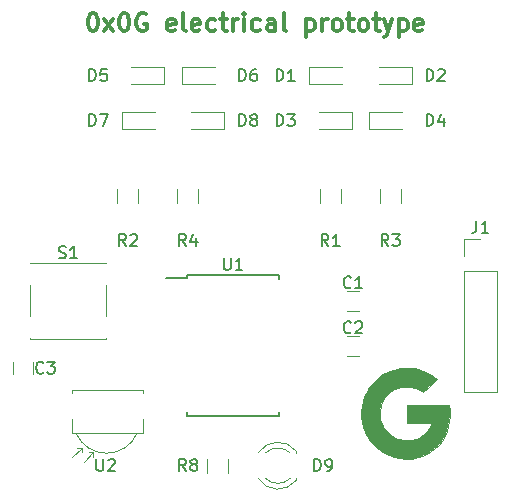
<source format=gto>
G04 #@! TF.FileFunction,Legend,Top*
%FSLAX46Y46*%
G04 Gerber Fmt 4.6, Leading zero omitted, Abs format (unit mm)*
G04 Created by KiCad (PCBNEW 4.0.6+dfsg1-1) date Fri Mar  9 15:20:54 2018*
%MOMM*%
%LPD*%
G01*
G04 APERTURE LIST*
%ADD10C,0.100000*%
%ADD11C,0.300000*%
%ADD12C,0.120000*%
%ADD13C,0.150000*%
%ADD14C,0.010000*%
G04 APERTURE END LIST*
D10*
D11*
X187473573Y-40453571D02*
X187616430Y-40453571D01*
X187759287Y-40525000D01*
X187830716Y-40596429D01*
X187902145Y-40739286D01*
X187973573Y-41025000D01*
X187973573Y-41382143D01*
X187902145Y-41667857D01*
X187830716Y-41810714D01*
X187759287Y-41882143D01*
X187616430Y-41953571D01*
X187473573Y-41953571D01*
X187330716Y-41882143D01*
X187259287Y-41810714D01*
X187187859Y-41667857D01*
X187116430Y-41382143D01*
X187116430Y-41025000D01*
X187187859Y-40739286D01*
X187259287Y-40596429D01*
X187330716Y-40525000D01*
X187473573Y-40453571D01*
X188473573Y-41953571D02*
X189259287Y-40953571D01*
X188473573Y-40953571D02*
X189259287Y-41953571D01*
X190116430Y-40453571D02*
X190259287Y-40453571D01*
X190402144Y-40525000D01*
X190473573Y-40596429D01*
X190545002Y-40739286D01*
X190616430Y-41025000D01*
X190616430Y-41382143D01*
X190545002Y-41667857D01*
X190473573Y-41810714D01*
X190402144Y-41882143D01*
X190259287Y-41953571D01*
X190116430Y-41953571D01*
X189973573Y-41882143D01*
X189902144Y-41810714D01*
X189830716Y-41667857D01*
X189759287Y-41382143D01*
X189759287Y-41025000D01*
X189830716Y-40739286D01*
X189902144Y-40596429D01*
X189973573Y-40525000D01*
X190116430Y-40453571D01*
X192045001Y-40525000D02*
X191902144Y-40453571D01*
X191687858Y-40453571D01*
X191473573Y-40525000D01*
X191330715Y-40667857D01*
X191259287Y-40810714D01*
X191187858Y-41096429D01*
X191187858Y-41310714D01*
X191259287Y-41596429D01*
X191330715Y-41739286D01*
X191473573Y-41882143D01*
X191687858Y-41953571D01*
X191830715Y-41953571D01*
X192045001Y-41882143D01*
X192116430Y-41810714D01*
X192116430Y-41310714D01*
X191830715Y-41310714D01*
X194473572Y-41882143D02*
X194330715Y-41953571D01*
X194045001Y-41953571D01*
X193902144Y-41882143D01*
X193830715Y-41739286D01*
X193830715Y-41167857D01*
X193902144Y-41025000D01*
X194045001Y-40953571D01*
X194330715Y-40953571D01*
X194473572Y-41025000D01*
X194545001Y-41167857D01*
X194545001Y-41310714D01*
X193830715Y-41453571D01*
X195402144Y-41953571D02*
X195259286Y-41882143D01*
X195187858Y-41739286D01*
X195187858Y-40453571D01*
X196545000Y-41882143D02*
X196402143Y-41953571D01*
X196116429Y-41953571D01*
X195973572Y-41882143D01*
X195902143Y-41739286D01*
X195902143Y-41167857D01*
X195973572Y-41025000D01*
X196116429Y-40953571D01*
X196402143Y-40953571D01*
X196545000Y-41025000D01*
X196616429Y-41167857D01*
X196616429Y-41310714D01*
X195902143Y-41453571D01*
X197902143Y-41882143D02*
X197759286Y-41953571D01*
X197473572Y-41953571D01*
X197330714Y-41882143D01*
X197259286Y-41810714D01*
X197187857Y-41667857D01*
X197187857Y-41239286D01*
X197259286Y-41096429D01*
X197330714Y-41025000D01*
X197473572Y-40953571D01*
X197759286Y-40953571D01*
X197902143Y-41025000D01*
X198330714Y-40953571D02*
X198902143Y-40953571D01*
X198545000Y-40453571D02*
X198545000Y-41739286D01*
X198616428Y-41882143D01*
X198759286Y-41953571D01*
X198902143Y-41953571D01*
X199402143Y-41953571D02*
X199402143Y-40953571D01*
X199402143Y-41239286D02*
X199473571Y-41096429D01*
X199545000Y-41025000D01*
X199687857Y-40953571D01*
X199830714Y-40953571D01*
X200330714Y-41953571D02*
X200330714Y-40953571D01*
X200330714Y-40453571D02*
X200259285Y-40525000D01*
X200330714Y-40596429D01*
X200402142Y-40525000D01*
X200330714Y-40453571D01*
X200330714Y-40596429D01*
X201687857Y-41882143D02*
X201545000Y-41953571D01*
X201259286Y-41953571D01*
X201116428Y-41882143D01*
X201045000Y-41810714D01*
X200973571Y-41667857D01*
X200973571Y-41239286D01*
X201045000Y-41096429D01*
X201116428Y-41025000D01*
X201259286Y-40953571D01*
X201545000Y-40953571D01*
X201687857Y-41025000D01*
X202973571Y-41953571D02*
X202973571Y-41167857D01*
X202902142Y-41025000D01*
X202759285Y-40953571D01*
X202473571Y-40953571D01*
X202330714Y-41025000D01*
X202973571Y-41882143D02*
X202830714Y-41953571D01*
X202473571Y-41953571D01*
X202330714Y-41882143D01*
X202259285Y-41739286D01*
X202259285Y-41596429D01*
X202330714Y-41453571D01*
X202473571Y-41382143D01*
X202830714Y-41382143D01*
X202973571Y-41310714D01*
X203902143Y-41953571D02*
X203759285Y-41882143D01*
X203687857Y-41739286D01*
X203687857Y-40453571D01*
X205616428Y-40953571D02*
X205616428Y-42453571D01*
X205616428Y-41025000D02*
X205759285Y-40953571D01*
X206044999Y-40953571D01*
X206187856Y-41025000D01*
X206259285Y-41096429D01*
X206330714Y-41239286D01*
X206330714Y-41667857D01*
X206259285Y-41810714D01*
X206187856Y-41882143D01*
X206044999Y-41953571D01*
X205759285Y-41953571D01*
X205616428Y-41882143D01*
X206973571Y-41953571D02*
X206973571Y-40953571D01*
X206973571Y-41239286D02*
X207044999Y-41096429D01*
X207116428Y-41025000D01*
X207259285Y-40953571D01*
X207402142Y-40953571D01*
X208116428Y-41953571D02*
X207973570Y-41882143D01*
X207902142Y-41810714D01*
X207830713Y-41667857D01*
X207830713Y-41239286D01*
X207902142Y-41096429D01*
X207973570Y-41025000D01*
X208116428Y-40953571D01*
X208330713Y-40953571D01*
X208473570Y-41025000D01*
X208544999Y-41096429D01*
X208616428Y-41239286D01*
X208616428Y-41667857D01*
X208544999Y-41810714D01*
X208473570Y-41882143D01*
X208330713Y-41953571D01*
X208116428Y-41953571D01*
X209044999Y-40953571D02*
X209616428Y-40953571D01*
X209259285Y-40453571D02*
X209259285Y-41739286D01*
X209330713Y-41882143D01*
X209473571Y-41953571D01*
X209616428Y-41953571D01*
X210330714Y-41953571D02*
X210187856Y-41882143D01*
X210116428Y-41810714D01*
X210044999Y-41667857D01*
X210044999Y-41239286D01*
X210116428Y-41096429D01*
X210187856Y-41025000D01*
X210330714Y-40953571D01*
X210544999Y-40953571D01*
X210687856Y-41025000D01*
X210759285Y-41096429D01*
X210830714Y-41239286D01*
X210830714Y-41667857D01*
X210759285Y-41810714D01*
X210687856Y-41882143D01*
X210544999Y-41953571D01*
X210330714Y-41953571D01*
X211259285Y-40953571D02*
X211830714Y-40953571D01*
X211473571Y-40453571D02*
X211473571Y-41739286D01*
X211544999Y-41882143D01*
X211687857Y-41953571D01*
X211830714Y-41953571D01*
X212187857Y-40953571D02*
X212545000Y-41953571D01*
X212902142Y-40953571D02*
X212545000Y-41953571D01*
X212402142Y-42310714D01*
X212330714Y-42382143D01*
X212187857Y-42453571D01*
X213473571Y-40953571D02*
X213473571Y-42453571D01*
X213473571Y-41025000D02*
X213616428Y-40953571D01*
X213902142Y-40953571D01*
X214044999Y-41025000D01*
X214116428Y-41096429D01*
X214187857Y-41239286D01*
X214187857Y-41667857D01*
X214116428Y-41810714D01*
X214044999Y-41882143D01*
X213902142Y-41953571D01*
X213616428Y-41953571D01*
X213473571Y-41882143D01*
X215402142Y-41882143D02*
X215259285Y-41953571D01*
X214973571Y-41953571D01*
X214830714Y-41882143D01*
X214759285Y-41739286D01*
X214759285Y-41167857D01*
X214830714Y-41025000D01*
X214973571Y-40953571D01*
X215259285Y-40953571D01*
X215402142Y-41025000D01*
X215473571Y-41167857D01*
X215473571Y-41310714D01*
X214759285Y-41453571D01*
D12*
X210050000Y-63920000D02*
X209050000Y-63920000D01*
X209050000Y-65620000D02*
X210050000Y-65620000D01*
X210050000Y-67730000D02*
X209050000Y-67730000D01*
X209050000Y-69430000D02*
X210050000Y-69430000D01*
X182460000Y-70985000D02*
X182460000Y-69985000D01*
X180760000Y-69985000D02*
X180760000Y-70985000D01*
X205845000Y-45020000D02*
X205845000Y-46420000D01*
X205845000Y-46420000D02*
X208645000Y-46420000D01*
X205845000Y-45020000D02*
X208645000Y-45020000D01*
X214525000Y-46420000D02*
X214525000Y-45020000D01*
X214525000Y-45020000D02*
X211725000Y-45020000D01*
X214525000Y-46420000D02*
X211725000Y-46420000D01*
X209445000Y-50230000D02*
X209445000Y-48830000D01*
X209445000Y-48830000D02*
X206645000Y-48830000D01*
X209445000Y-50230000D02*
X206645000Y-50230000D01*
X210925000Y-48830000D02*
X210925000Y-50230000D01*
X210925000Y-50230000D02*
X213725000Y-50230000D01*
X210925000Y-48830000D02*
X213725000Y-48830000D01*
X193570000Y-46420000D02*
X193570000Y-45020000D01*
X193570000Y-45020000D02*
X190770000Y-45020000D01*
X193570000Y-46420000D02*
X190770000Y-46420000D01*
X195050000Y-45020000D02*
X195050000Y-46420000D01*
X195050000Y-46420000D02*
X197850000Y-46420000D01*
X195050000Y-45020000D02*
X197850000Y-45020000D01*
X189970000Y-48830000D02*
X189970000Y-50230000D01*
X189970000Y-50230000D02*
X192770000Y-50230000D01*
X189970000Y-48830000D02*
X192770000Y-48830000D01*
X198650000Y-50230000D02*
X198650000Y-48830000D01*
X198650000Y-48830000D02*
X195850000Y-48830000D01*
X198650000Y-50230000D02*
X195850000Y-50230000D01*
X201527665Y-79818608D02*
G75*
G03X204760000Y-79975516I1672335J1078608D01*
G01*
X201527665Y-77661392D02*
G75*
G02X204760000Y-77504484I1672335J-1078608D01*
G01*
X202158870Y-79819837D02*
G75*
G03X204240961Y-79820000I1041130J1079837D01*
G01*
X202158870Y-77660163D02*
G75*
G02X204240961Y-77660000I1041130J-1079837D01*
G01*
X204760000Y-79976000D02*
X204760000Y-79820000D01*
X204760000Y-77660000D02*
X204760000Y-77504000D01*
X218955000Y-62230000D02*
X218955000Y-72510000D01*
X218955000Y-72510000D02*
X221735000Y-72510000D01*
X221735000Y-72510000D02*
X221735000Y-62230000D01*
X221735000Y-62230000D02*
X218955000Y-62230000D01*
X218955000Y-60960000D02*
X218955000Y-59570000D01*
X218955000Y-59570000D02*
X220345000Y-59570000D01*
X206765000Y-56480000D02*
X206765000Y-55280000D01*
X208525000Y-55280000D02*
X208525000Y-56480000D01*
X189620000Y-56480000D02*
X189620000Y-55280000D01*
X191380000Y-55280000D02*
X191380000Y-56480000D01*
X211845000Y-56480000D02*
X211845000Y-55280000D01*
X213605000Y-55280000D02*
X213605000Y-56480000D01*
X194700000Y-56480000D02*
X194700000Y-55280000D01*
X196460000Y-55280000D02*
X196460000Y-56480000D01*
X197240000Y-79340000D02*
X197240000Y-78140000D01*
X199000000Y-78140000D02*
X199000000Y-79340000D01*
X188650000Y-61540000D02*
X188650000Y-61570000D01*
X188650000Y-68000000D02*
X188650000Y-67970000D01*
X182190000Y-68000000D02*
X182190000Y-67970000D01*
X182190000Y-61570000D02*
X182190000Y-61540000D01*
X188650000Y-63470000D02*
X188650000Y-66070000D01*
X182190000Y-61540000D02*
X188650000Y-61540000D01*
X182190000Y-63470000D02*
X182190000Y-66070000D01*
X182190000Y-68000000D02*
X188650000Y-68000000D01*
D13*
X195515000Y-62630000D02*
X195515000Y-62880000D01*
X203265000Y-62630000D02*
X203265000Y-62975000D01*
X203265000Y-74530000D02*
X203265000Y-74185000D01*
X195515000Y-74530000D02*
X195515000Y-74185000D01*
X195515000Y-62630000D02*
X203265000Y-62630000D01*
X195515000Y-74530000D02*
X203265000Y-74530000D01*
X195515000Y-62880000D02*
X193690000Y-62880000D01*
D12*
X191755000Y-75960000D02*
X191755000Y-74760000D01*
X191755000Y-72360000D02*
X191755000Y-72560000D01*
X185755000Y-72360000D02*
X185755000Y-72560000D01*
X191755000Y-75960000D02*
X185755000Y-75960000D01*
X185755000Y-75960000D02*
X185755000Y-74760000D01*
X191755000Y-72360000D02*
X185755000Y-72360000D01*
X186575000Y-77210000D02*
X186175000Y-77210000D01*
X186575000Y-77210000D02*
X186575000Y-77610000D01*
X186575000Y-77210000D02*
X185775000Y-78010000D01*
X187575000Y-77610000D02*
X186775000Y-78410000D01*
X187575000Y-77610000D02*
X187575000Y-78010000D01*
X187575000Y-77610000D02*
X187175000Y-77610000D01*
X186117315Y-76011321D02*
G75*
G03X191295000Y-75960000I2577685J1151321D01*
G01*
D14*
G36*
X214437042Y-70476313D02*
X214611640Y-70485671D01*
X214749444Y-70500312D01*
X214799333Y-70509398D01*
X215021222Y-70566869D01*
X215265423Y-70643024D01*
X215506863Y-70729405D01*
X215720470Y-70817549D01*
X215743058Y-70827851D01*
X215865329Y-70889379D01*
X216006047Y-70968196D01*
X216153602Y-71056910D01*
X216296383Y-71148127D01*
X216422780Y-71234455D01*
X216521183Y-71308500D01*
X216575883Y-71358161D01*
X216630877Y-71419054D01*
X216079401Y-71970531D01*
X215527924Y-72522008D01*
X215364656Y-72417566D01*
X215068253Y-72250662D01*
X214775321Y-72134203D01*
X214473441Y-72064473D01*
X214150195Y-72037754D01*
X214093778Y-72037222D01*
X213819845Y-72049825D01*
X213571718Y-72090878D01*
X213328852Y-72165248D01*
X213070703Y-72277803D01*
X213063666Y-72281251D01*
X212949252Y-72339952D01*
X212854698Y-72396225D01*
X212767035Y-72459936D01*
X212673293Y-72540950D01*
X212560502Y-72649132D01*
X212497471Y-72711919D01*
X212373854Y-72838108D01*
X212281962Y-72938982D01*
X212212021Y-73027488D01*
X212154258Y-73116571D01*
X212098899Y-73219179D01*
X212069358Y-73279000D01*
X211961710Y-73528088D01*
X211889459Y-73765967D01*
X211845498Y-74018566D01*
X211833346Y-74140330D01*
X211832380Y-74448245D01*
X211875432Y-74766710D01*
X211958649Y-75078711D01*
X212078182Y-75367235D01*
X212134498Y-75470892D01*
X212191613Y-75553654D01*
X212278553Y-75661977D01*
X212384134Y-75782640D01*
X212497172Y-75902420D01*
X212513333Y-75918745D01*
X212638212Y-76041348D01*
X212739487Y-76132530D01*
X212831221Y-76202910D01*
X212927475Y-76263109D01*
X213042311Y-76323745D01*
X213063666Y-76334353D01*
X213308081Y-76442974D01*
X213538270Y-76516895D01*
X213772407Y-76559862D01*
X214028662Y-76575621D01*
X214220778Y-76572861D01*
X214446531Y-76560070D01*
X214633226Y-76537818D01*
X214797986Y-76502058D01*
X214957936Y-76448744D01*
X215130200Y-76373830D01*
X215194444Y-76342806D01*
X215472201Y-76178451D01*
X215705046Y-75980268D01*
X215894312Y-75746794D01*
X216041330Y-75476570D01*
X216086484Y-75363703D01*
X216123907Y-75258092D01*
X216152299Y-75172123D01*
X216167033Y-75120023D01*
X216168111Y-75112631D01*
X216140346Y-75105058D01*
X216058866Y-75098597D01*
X215926387Y-75093322D01*
X215745630Y-75089303D01*
X215519312Y-75086615D01*
X215250151Y-75085328D01*
X215138000Y-75085222D01*
X214107889Y-75085222D01*
X214107889Y-73617666D01*
X215896980Y-73617666D01*
X216259656Y-73617740D01*
X216570000Y-73618038D01*
X216832124Y-73618671D01*
X217050140Y-73619752D01*
X217228162Y-73621393D01*
X217370302Y-73623706D01*
X217480671Y-73626805D01*
X217563382Y-73630800D01*
X217622548Y-73635804D01*
X217662281Y-73641931D01*
X217686693Y-73649291D01*
X217699897Y-73657997D01*
X217705587Y-73667055D01*
X217715352Y-73714000D01*
X217727000Y-73803805D01*
X217738984Y-73922991D01*
X217748543Y-74041000D01*
X217756449Y-74495315D01*
X217716535Y-74951614D01*
X217630824Y-75399510D01*
X217501338Y-75828620D01*
X217330100Y-76228558D01*
X217317763Y-76252924D01*
X217094574Y-76628536D01*
X216828155Y-76969713D01*
X216522007Y-77273672D01*
X216179634Y-77537630D01*
X215804540Y-77758803D01*
X215400227Y-77934408D01*
X215072821Y-78036398D01*
X214792955Y-78095269D01*
X214486393Y-78135136D01*
X214171338Y-78155023D01*
X213865998Y-78153954D01*
X213588577Y-78130952D01*
X213515222Y-78119917D01*
X213048595Y-78015273D01*
X212613034Y-77863773D01*
X212206876Y-77664545D01*
X211828456Y-77416720D01*
X211476111Y-77119427D01*
X211335394Y-76979493D01*
X211035065Y-76627717D01*
X210783527Y-76251889D01*
X210580740Y-75856268D01*
X210426664Y-75445114D01*
X210321258Y-75022686D01*
X210264483Y-74593242D01*
X210256298Y-74161043D01*
X210296664Y-73730347D01*
X210385540Y-73305414D01*
X210522887Y-72890502D01*
X210708664Y-72489872D01*
X210942831Y-72107781D01*
X211225348Y-71748490D01*
X211386204Y-71577241D01*
X211727600Y-71273224D01*
X212100934Y-71014799D01*
X212507321Y-70801367D01*
X212947873Y-70632332D01*
X213346693Y-70523865D01*
X213468337Y-70504244D01*
X213631392Y-70489128D01*
X213822825Y-70478647D01*
X214029600Y-70472931D01*
X214238684Y-70472110D01*
X214437042Y-70476313D01*
X214437042Y-70476313D01*
G37*
X214437042Y-70476313D02*
X214611640Y-70485671D01*
X214749444Y-70500312D01*
X214799333Y-70509398D01*
X215021222Y-70566869D01*
X215265423Y-70643024D01*
X215506863Y-70729405D01*
X215720470Y-70817549D01*
X215743058Y-70827851D01*
X215865329Y-70889379D01*
X216006047Y-70968196D01*
X216153602Y-71056910D01*
X216296383Y-71148127D01*
X216422780Y-71234455D01*
X216521183Y-71308500D01*
X216575883Y-71358161D01*
X216630877Y-71419054D01*
X216079401Y-71970531D01*
X215527924Y-72522008D01*
X215364656Y-72417566D01*
X215068253Y-72250662D01*
X214775321Y-72134203D01*
X214473441Y-72064473D01*
X214150195Y-72037754D01*
X214093778Y-72037222D01*
X213819845Y-72049825D01*
X213571718Y-72090878D01*
X213328852Y-72165248D01*
X213070703Y-72277803D01*
X213063666Y-72281251D01*
X212949252Y-72339952D01*
X212854698Y-72396225D01*
X212767035Y-72459936D01*
X212673293Y-72540950D01*
X212560502Y-72649132D01*
X212497471Y-72711919D01*
X212373854Y-72838108D01*
X212281962Y-72938982D01*
X212212021Y-73027488D01*
X212154258Y-73116571D01*
X212098899Y-73219179D01*
X212069358Y-73279000D01*
X211961710Y-73528088D01*
X211889459Y-73765967D01*
X211845498Y-74018566D01*
X211833346Y-74140330D01*
X211832380Y-74448245D01*
X211875432Y-74766710D01*
X211958649Y-75078711D01*
X212078182Y-75367235D01*
X212134498Y-75470892D01*
X212191613Y-75553654D01*
X212278553Y-75661977D01*
X212384134Y-75782640D01*
X212497172Y-75902420D01*
X212513333Y-75918745D01*
X212638212Y-76041348D01*
X212739487Y-76132530D01*
X212831221Y-76202910D01*
X212927475Y-76263109D01*
X213042311Y-76323745D01*
X213063666Y-76334353D01*
X213308081Y-76442974D01*
X213538270Y-76516895D01*
X213772407Y-76559862D01*
X214028662Y-76575621D01*
X214220778Y-76572861D01*
X214446531Y-76560070D01*
X214633226Y-76537818D01*
X214797986Y-76502058D01*
X214957936Y-76448744D01*
X215130200Y-76373830D01*
X215194444Y-76342806D01*
X215472201Y-76178451D01*
X215705046Y-75980268D01*
X215894312Y-75746794D01*
X216041330Y-75476570D01*
X216086484Y-75363703D01*
X216123907Y-75258092D01*
X216152299Y-75172123D01*
X216167033Y-75120023D01*
X216168111Y-75112631D01*
X216140346Y-75105058D01*
X216058866Y-75098597D01*
X215926387Y-75093322D01*
X215745630Y-75089303D01*
X215519312Y-75086615D01*
X215250151Y-75085328D01*
X215138000Y-75085222D01*
X214107889Y-75085222D01*
X214107889Y-73617666D01*
X215896980Y-73617666D01*
X216259656Y-73617740D01*
X216570000Y-73618038D01*
X216832124Y-73618671D01*
X217050140Y-73619752D01*
X217228162Y-73621393D01*
X217370302Y-73623706D01*
X217480671Y-73626805D01*
X217563382Y-73630800D01*
X217622548Y-73635804D01*
X217662281Y-73641931D01*
X217686693Y-73649291D01*
X217699897Y-73657997D01*
X217705587Y-73667055D01*
X217715352Y-73714000D01*
X217727000Y-73803805D01*
X217738984Y-73922991D01*
X217748543Y-74041000D01*
X217756449Y-74495315D01*
X217716535Y-74951614D01*
X217630824Y-75399510D01*
X217501338Y-75828620D01*
X217330100Y-76228558D01*
X217317763Y-76252924D01*
X217094574Y-76628536D01*
X216828155Y-76969713D01*
X216522007Y-77273672D01*
X216179634Y-77537630D01*
X215804540Y-77758803D01*
X215400227Y-77934408D01*
X215072821Y-78036398D01*
X214792955Y-78095269D01*
X214486393Y-78135136D01*
X214171338Y-78155023D01*
X213865998Y-78153954D01*
X213588577Y-78130952D01*
X213515222Y-78119917D01*
X213048595Y-78015273D01*
X212613034Y-77863773D01*
X212206876Y-77664545D01*
X211828456Y-77416720D01*
X211476111Y-77119427D01*
X211335394Y-76979493D01*
X211035065Y-76627717D01*
X210783527Y-76251889D01*
X210580740Y-75856268D01*
X210426664Y-75445114D01*
X210321258Y-75022686D01*
X210264483Y-74593242D01*
X210256298Y-74161043D01*
X210296664Y-73730347D01*
X210385540Y-73305414D01*
X210522887Y-72890502D01*
X210708664Y-72489872D01*
X210942831Y-72107781D01*
X211225348Y-71748490D01*
X211386204Y-71577241D01*
X211727600Y-71273224D01*
X212100934Y-71014799D01*
X212507321Y-70801367D01*
X212947873Y-70632332D01*
X213346693Y-70523865D01*
X213468337Y-70504244D01*
X213631392Y-70489128D01*
X213822825Y-70478647D01*
X214029600Y-70472931D01*
X214238684Y-70472110D01*
X214437042Y-70476313D01*
D13*
X209383334Y-63627143D02*
X209335715Y-63674762D01*
X209192858Y-63722381D01*
X209097620Y-63722381D01*
X208954762Y-63674762D01*
X208859524Y-63579524D01*
X208811905Y-63484286D01*
X208764286Y-63293810D01*
X208764286Y-63150952D01*
X208811905Y-62960476D01*
X208859524Y-62865238D01*
X208954762Y-62770000D01*
X209097620Y-62722381D01*
X209192858Y-62722381D01*
X209335715Y-62770000D01*
X209383334Y-62817619D01*
X210335715Y-63722381D02*
X209764286Y-63722381D01*
X210050000Y-63722381D02*
X210050000Y-62722381D01*
X209954762Y-62865238D01*
X209859524Y-62960476D01*
X209764286Y-63008095D01*
X209383334Y-67437143D02*
X209335715Y-67484762D01*
X209192858Y-67532381D01*
X209097620Y-67532381D01*
X208954762Y-67484762D01*
X208859524Y-67389524D01*
X208811905Y-67294286D01*
X208764286Y-67103810D01*
X208764286Y-66960952D01*
X208811905Y-66770476D01*
X208859524Y-66675238D01*
X208954762Y-66580000D01*
X209097620Y-66532381D01*
X209192858Y-66532381D01*
X209335715Y-66580000D01*
X209383334Y-66627619D01*
X209764286Y-66627619D02*
X209811905Y-66580000D01*
X209907143Y-66532381D01*
X210145239Y-66532381D01*
X210240477Y-66580000D01*
X210288096Y-66627619D01*
X210335715Y-66722857D01*
X210335715Y-66818095D01*
X210288096Y-66960952D01*
X209716667Y-67532381D01*
X210335715Y-67532381D01*
X183348334Y-70842143D02*
X183300715Y-70889762D01*
X183157858Y-70937381D01*
X183062620Y-70937381D01*
X182919762Y-70889762D01*
X182824524Y-70794524D01*
X182776905Y-70699286D01*
X182729286Y-70508810D01*
X182729286Y-70365952D01*
X182776905Y-70175476D01*
X182824524Y-70080238D01*
X182919762Y-69985000D01*
X183062620Y-69937381D01*
X183157858Y-69937381D01*
X183300715Y-69985000D01*
X183348334Y-70032619D01*
X183681667Y-69937381D02*
X184300715Y-69937381D01*
X183967381Y-70318333D01*
X184110239Y-70318333D01*
X184205477Y-70365952D01*
X184253096Y-70413571D01*
X184300715Y-70508810D01*
X184300715Y-70746905D01*
X184253096Y-70842143D01*
X184205477Y-70889762D01*
X184110239Y-70937381D01*
X183824524Y-70937381D01*
X183729286Y-70889762D01*
X183681667Y-70842143D01*
X203096905Y-46172381D02*
X203096905Y-45172381D01*
X203335000Y-45172381D01*
X203477858Y-45220000D01*
X203573096Y-45315238D01*
X203620715Y-45410476D01*
X203668334Y-45600952D01*
X203668334Y-45743810D01*
X203620715Y-45934286D01*
X203573096Y-46029524D01*
X203477858Y-46124762D01*
X203335000Y-46172381D01*
X203096905Y-46172381D01*
X204620715Y-46172381D02*
X204049286Y-46172381D01*
X204335000Y-46172381D02*
X204335000Y-45172381D01*
X204239762Y-45315238D01*
X204144524Y-45410476D01*
X204049286Y-45458095D01*
X215796905Y-46172381D02*
X215796905Y-45172381D01*
X216035000Y-45172381D01*
X216177858Y-45220000D01*
X216273096Y-45315238D01*
X216320715Y-45410476D01*
X216368334Y-45600952D01*
X216368334Y-45743810D01*
X216320715Y-45934286D01*
X216273096Y-46029524D01*
X216177858Y-46124762D01*
X216035000Y-46172381D01*
X215796905Y-46172381D01*
X216749286Y-45267619D02*
X216796905Y-45220000D01*
X216892143Y-45172381D01*
X217130239Y-45172381D01*
X217225477Y-45220000D01*
X217273096Y-45267619D01*
X217320715Y-45362857D01*
X217320715Y-45458095D01*
X217273096Y-45600952D01*
X216701667Y-46172381D01*
X217320715Y-46172381D01*
X203096905Y-49982381D02*
X203096905Y-48982381D01*
X203335000Y-48982381D01*
X203477858Y-49030000D01*
X203573096Y-49125238D01*
X203620715Y-49220476D01*
X203668334Y-49410952D01*
X203668334Y-49553810D01*
X203620715Y-49744286D01*
X203573096Y-49839524D01*
X203477858Y-49934762D01*
X203335000Y-49982381D01*
X203096905Y-49982381D01*
X204001667Y-48982381D02*
X204620715Y-48982381D01*
X204287381Y-49363333D01*
X204430239Y-49363333D01*
X204525477Y-49410952D01*
X204573096Y-49458571D01*
X204620715Y-49553810D01*
X204620715Y-49791905D01*
X204573096Y-49887143D01*
X204525477Y-49934762D01*
X204430239Y-49982381D01*
X204144524Y-49982381D01*
X204049286Y-49934762D01*
X204001667Y-49887143D01*
X215796905Y-49982381D02*
X215796905Y-48982381D01*
X216035000Y-48982381D01*
X216177858Y-49030000D01*
X216273096Y-49125238D01*
X216320715Y-49220476D01*
X216368334Y-49410952D01*
X216368334Y-49553810D01*
X216320715Y-49744286D01*
X216273096Y-49839524D01*
X216177858Y-49934762D01*
X216035000Y-49982381D01*
X215796905Y-49982381D01*
X217225477Y-49315714D02*
X217225477Y-49982381D01*
X216987381Y-48934762D02*
X216749286Y-49649048D01*
X217368334Y-49649048D01*
X187221905Y-46172381D02*
X187221905Y-45172381D01*
X187460000Y-45172381D01*
X187602858Y-45220000D01*
X187698096Y-45315238D01*
X187745715Y-45410476D01*
X187793334Y-45600952D01*
X187793334Y-45743810D01*
X187745715Y-45934286D01*
X187698096Y-46029524D01*
X187602858Y-46124762D01*
X187460000Y-46172381D01*
X187221905Y-46172381D01*
X188698096Y-45172381D02*
X188221905Y-45172381D01*
X188174286Y-45648571D01*
X188221905Y-45600952D01*
X188317143Y-45553333D01*
X188555239Y-45553333D01*
X188650477Y-45600952D01*
X188698096Y-45648571D01*
X188745715Y-45743810D01*
X188745715Y-45981905D01*
X188698096Y-46077143D01*
X188650477Y-46124762D01*
X188555239Y-46172381D01*
X188317143Y-46172381D01*
X188221905Y-46124762D01*
X188174286Y-46077143D01*
X199921905Y-46172381D02*
X199921905Y-45172381D01*
X200160000Y-45172381D01*
X200302858Y-45220000D01*
X200398096Y-45315238D01*
X200445715Y-45410476D01*
X200493334Y-45600952D01*
X200493334Y-45743810D01*
X200445715Y-45934286D01*
X200398096Y-46029524D01*
X200302858Y-46124762D01*
X200160000Y-46172381D01*
X199921905Y-46172381D01*
X201350477Y-45172381D02*
X201160000Y-45172381D01*
X201064762Y-45220000D01*
X201017143Y-45267619D01*
X200921905Y-45410476D01*
X200874286Y-45600952D01*
X200874286Y-45981905D01*
X200921905Y-46077143D01*
X200969524Y-46124762D01*
X201064762Y-46172381D01*
X201255239Y-46172381D01*
X201350477Y-46124762D01*
X201398096Y-46077143D01*
X201445715Y-45981905D01*
X201445715Y-45743810D01*
X201398096Y-45648571D01*
X201350477Y-45600952D01*
X201255239Y-45553333D01*
X201064762Y-45553333D01*
X200969524Y-45600952D01*
X200921905Y-45648571D01*
X200874286Y-45743810D01*
X187221905Y-49982381D02*
X187221905Y-48982381D01*
X187460000Y-48982381D01*
X187602858Y-49030000D01*
X187698096Y-49125238D01*
X187745715Y-49220476D01*
X187793334Y-49410952D01*
X187793334Y-49553810D01*
X187745715Y-49744286D01*
X187698096Y-49839524D01*
X187602858Y-49934762D01*
X187460000Y-49982381D01*
X187221905Y-49982381D01*
X188126667Y-48982381D02*
X188793334Y-48982381D01*
X188364762Y-49982381D01*
X199921905Y-49982381D02*
X199921905Y-48982381D01*
X200160000Y-48982381D01*
X200302858Y-49030000D01*
X200398096Y-49125238D01*
X200445715Y-49220476D01*
X200493334Y-49410952D01*
X200493334Y-49553810D01*
X200445715Y-49744286D01*
X200398096Y-49839524D01*
X200302858Y-49934762D01*
X200160000Y-49982381D01*
X199921905Y-49982381D01*
X201064762Y-49410952D02*
X200969524Y-49363333D01*
X200921905Y-49315714D01*
X200874286Y-49220476D01*
X200874286Y-49172857D01*
X200921905Y-49077619D01*
X200969524Y-49030000D01*
X201064762Y-48982381D01*
X201255239Y-48982381D01*
X201350477Y-49030000D01*
X201398096Y-49077619D01*
X201445715Y-49172857D01*
X201445715Y-49220476D01*
X201398096Y-49315714D01*
X201350477Y-49363333D01*
X201255239Y-49410952D01*
X201064762Y-49410952D01*
X200969524Y-49458571D01*
X200921905Y-49506190D01*
X200874286Y-49601429D01*
X200874286Y-49791905D01*
X200921905Y-49887143D01*
X200969524Y-49934762D01*
X201064762Y-49982381D01*
X201255239Y-49982381D01*
X201350477Y-49934762D01*
X201398096Y-49887143D01*
X201445715Y-49791905D01*
X201445715Y-49601429D01*
X201398096Y-49506190D01*
X201350477Y-49458571D01*
X201255239Y-49410952D01*
X206271905Y-79192381D02*
X206271905Y-78192381D01*
X206510000Y-78192381D01*
X206652858Y-78240000D01*
X206748096Y-78335238D01*
X206795715Y-78430476D01*
X206843334Y-78620952D01*
X206843334Y-78763810D01*
X206795715Y-78954286D01*
X206748096Y-79049524D01*
X206652858Y-79144762D01*
X206510000Y-79192381D01*
X206271905Y-79192381D01*
X207319524Y-79192381D02*
X207510000Y-79192381D01*
X207605239Y-79144762D01*
X207652858Y-79097143D01*
X207748096Y-78954286D01*
X207795715Y-78763810D01*
X207795715Y-78382857D01*
X207748096Y-78287619D01*
X207700477Y-78240000D01*
X207605239Y-78192381D01*
X207414762Y-78192381D01*
X207319524Y-78240000D01*
X207271905Y-78287619D01*
X207224286Y-78382857D01*
X207224286Y-78620952D01*
X207271905Y-78716190D01*
X207319524Y-78763810D01*
X207414762Y-78811429D01*
X207605239Y-78811429D01*
X207700477Y-78763810D01*
X207748096Y-78716190D01*
X207795715Y-78620952D01*
X220011667Y-58022381D02*
X220011667Y-58736667D01*
X219964047Y-58879524D01*
X219868809Y-58974762D01*
X219725952Y-59022381D01*
X219630714Y-59022381D01*
X221011667Y-59022381D02*
X220440238Y-59022381D01*
X220725952Y-59022381D02*
X220725952Y-58022381D01*
X220630714Y-58165238D01*
X220535476Y-58260476D01*
X220440238Y-58308095D01*
X207478334Y-60142381D02*
X207145000Y-59666190D01*
X206906905Y-60142381D02*
X206906905Y-59142381D01*
X207287858Y-59142381D01*
X207383096Y-59190000D01*
X207430715Y-59237619D01*
X207478334Y-59332857D01*
X207478334Y-59475714D01*
X207430715Y-59570952D01*
X207383096Y-59618571D01*
X207287858Y-59666190D01*
X206906905Y-59666190D01*
X208430715Y-60142381D02*
X207859286Y-60142381D01*
X208145000Y-60142381D02*
X208145000Y-59142381D01*
X208049762Y-59285238D01*
X207954524Y-59380476D01*
X207859286Y-59428095D01*
X190333334Y-60142381D02*
X190000000Y-59666190D01*
X189761905Y-60142381D02*
X189761905Y-59142381D01*
X190142858Y-59142381D01*
X190238096Y-59190000D01*
X190285715Y-59237619D01*
X190333334Y-59332857D01*
X190333334Y-59475714D01*
X190285715Y-59570952D01*
X190238096Y-59618571D01*
X190142858Y-59666190D01*
X189761905Y-59666190D01*
X190714286Y-59237619D02*
X190761905Y-59190000D01*
X190857143Y-59142381D01*
X191095239Y-59142381D01*
X191190477Y-59190000D01*
X191238096Y-59237619D01*
X191285715Y-59332857D01*
X191285715Y-59428095D01*
X191238096Y-59570952D01*
X190666667Y-60142381D01*
X191285715Y-60142381D01*
X212558334Y-60142381D02*
X212225000Y-59666190D01*
X211986905Y-60142381D02*
X211986905Y-59142381D01*
X212367858Y-59142381D01*
X212463096Y-59190000D01*
X212510715Y-59237619D01*
X212558334Y-59332857D01*
X212558334Y-59475714D01*
X212510715Y-59570952D01*
X212463096Y-59618571D01*
X212367858Y-59666190D01*
X211986905Y-59666190D01*
X212891667Y-59142381D02*
X213510715Y-59142381D01*
X213177381Y-59523333D01*
X213320239Y-59523333D01*
X213415477Y-59570952D01*
X213463096Y-59618571D01*
X213510715Y-59713810D01*
X213510715Y-59951905D01*
X213463096Y-60047143D01*
X213415477Y-60094762D01*
X213320239Y-60142381D01*
X213034524Y-60142381D01*
X212939286Y-60094762D01*
X212891667Y-60047143D01*
X195413334Y-60142381D02*
X195080000Y-59666190D01*
X194841905Y-60142381D02*
X194841905Y-59142381D01*
X195222858Y-59142381D01*
X195318096Y-59190000D01*
X195365715Y-59237619D01*
X195413334Y-59332857D01*
X195413334Y-59475714D01*
X195365715Y-59570952D01*
X195318096Y-59618571D01*
X195222858Y-59666190D01*
X194841905Y-59666190D01*
X196270477Y-59475714D02*
X196270477Y-60142381D01*
X196032381Y-59094762D02*
X195794286Y-59809048D01*
X196413334Y-59809048D01*
X195413334Y-79192381D02*
X195080000Y-78716190D01*
X194841905Y-79192381D02*
X194841905Y-78192381D01*
X195222858Y-78192381D01*
X195318096Y-78240000D01*
X195365715Y-78287619D01*
X195413334Y-78382857D01*
X195413334Y-78525714D01*
X195365715Y-78620952D01*
X195318096Y-78668571D01*
X195222858Y-78716190D01*
X194841905Y-78716190D01*
X195984762Y-78620952D02*
X195889524Y-78573333D01*
X195841905Y-78525714D01*
X195794286Y-78430476D01*
X195794286Y-78382857D01*
X195841905Y-78287619D01*
X195889524Y-78240000D01*
X195984762Y-78192381D01*
X196175239Y-78192381D01*
X196270477Y-78240000D01*
X196318096Y-78287619D01*
X196365715Y-78382857D01*
X196365715Y-78430476D01*
X196318096Y-78525714D01*
X196270477Y-78573333D01*
X196175239Y-78620952D01*
X195984762Y-78620952D01*
X195889524Y-78668571D01*
X195841905Y-78716190D01*
X195794286Y-78811429D01*
X195794286Y-79001905D01*
X195841905Y-79097143D01*
X195889524Y-79144762D01*
X195984762Y-79192381D01*
X196175239Y-79192381D01*
X196270477Y-79144762D01*
X196318096Y-79097143D01*
X196365715Y-79001905D01*
X196365715Y-78811429D01*
X196318096Y-78716190D01*
X196270477Y-78668571D01*
X196175239Y-78620952D01*
X184658095Y-61124762D02*
X184800952Y-61172381D01*
X185039048Y-61172381D01*
X185134286Y-61124762D01*
X185181905Y-61077143D01*
X185229524Y-60981905D01*
X185229524Y-60886667D01*
X185181905Y-60791429D01*
X185134286Y-60743810D01*
X185039048Y-60696190D01*
X184848571Y-60648571D01*
X184753333Y-60600952D01*
X184705714Y-60553333D01*
X184658095Y-60458095D01*
X184658095Y-60362857D01*
X184705714Y-60267619D01*
X184753333Y-60220000D01*
X184848571Y-60172381D01*
X185086667Y-60172381D01*
X185229524Y-60220000D01*
X186181905Y-61172381D02*
X185610476Y-61172381D01*
X185896190Y-61172381D02*
X185896190Y-60172381D01*
X185800952Y-60315238D01*
X185705714Y-60410476D01*
X185610476Y-60458095D01*
X198628095Y-61157381D02*
X198628095Y-61966905D01*
X198675714Y-62062143D01*
X198723333Y-62109762D01*
X198818571Y-62157381D01*
X199009048Y-62157381D01*
X199104286Y-62109762D01*
X199151905Y-62062143D01*
X199199524Y-61966905D01*
X199199524Y-61157381D01*
X200199524Y-62157381D02*
X199628095Y-62157381D01*
X199913809Y-62157381D02*
X199913809Y-61157381D01*
X199818571Y-61300238D01*
X199723333Y-61395476D01*
X199628095Y-61443095D01*
X187833095Y-78192381D02*
X187833095Y-79001905D01*
X187880714Y-79097143D01*
X187928333Y-79144762D01*
X188023571Y-79192381D01*
X188214048Y-79192381D01*
X188309286Y-79144762D01*
X188356905Y-79097143D01*
X188404524Y-79001905D01*
X188404524Y-78192381D01*
X188833095Y-78287619D02*
X188880714Y-78240000D01*
X188975952Y-78192381D01*
X189214048Y-78192381D01*
X189309286Y-78240000D01*
X189356905Y-78287619D01*
X189404524Y-78382857D01*
X189404524Y-78478095D01*
X189356905Y-78620952D01*
X188785476Y-79192381D01*
X189404524Y-79192381D01*
M02*

</source>
